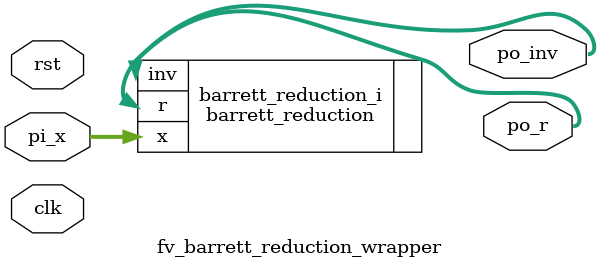
<source format=sv>

module fv_barrett_reduction_wrapper
#(
    parameter prime    = 3329,
    parameter REG_SIZE = $clog2(prime)
) (
    //#$ports
    input  logic clk,
    input  logic rst,
    input  logic [2*REG_SIZE-1:0] pi_x,
    output logic [REG_SIZE-1:0]   po_inv,
    output logic [REG_SIZE-1:0]   po_r
    //$#//
);

barrett_reduction #(
    .prime(prime),
    .REG_SIZE(REG_SIZE)
) barrett_reduction_i (
    .x(pi_x),
    .inv(po_inv),
    .r(po_r));

endmodule

</source>
